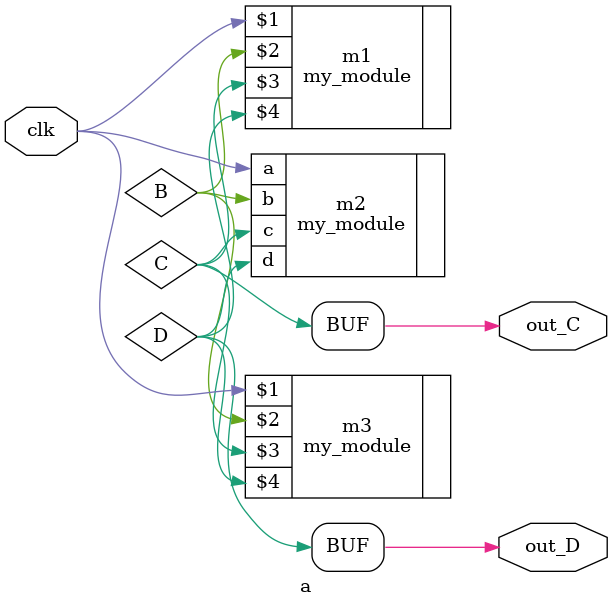
<source format=v>

module a (input  clk,
	  output out_C,
	  output out_D );

   assign out_C = C;
   assign out_D = D;

   reg A, B;
   wire C, D;

   my_module #(2, 4, 3) m1 (clk, B, C, D);

   // x = 2, y = 4, z = 3 in instance m1
   my_module #(5, 3, 1) m2 (.b(B), .d(D), .c(C), .a(clk));

   // x = 5, y = 3, z = 1 in instance m2
   defparam m3.x = 4, m3.y = 2, m3.z = 5;
   my_module m3 (clk, B, C, D); // x = 4, y = 2, z = 5 in instance m3

endmodule

</source>
